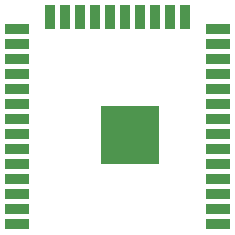
<source format=gtp>
%TF.GenerationSoftware,KiCad,Pcbnew,(6.0.6)*%
%TF.CreationDate,2022-12-02T03:24:18-05:00*%
%TF.ProjectId,esp32-wled,65737033-322d-4776-9c65-642e6b696361,rev?*%
%TF.SameCoordinates,Original*%
%TF.FileFunction,Paste,Top*%
%TF.FilePolarity,Positive*%
%FSLAX46Y46*%
G04 Gerber Fmt 4.6, Leading zero omitted, Abs format (unit mm)*
G04 Created by KiCad (PCBNEW (6.0.6)) date 2022-12-02 03:24:18*
%MOMM*%
%LPD*%
G01*
G04 APERTURE LIST*
%ADD10R,5.000000X5.000000*%
%ADD11R,2.000000X0.900000*%
%ADD12R,0.900000X2.000000*%
G04 APERTURE END LIST*
D10*
%TO.C,U1*%
X139988800Y-122725800D03*
D11*
X130488800Y-130225800D03*
X130488800Y-128955800D03*
X130488800Y-127685800D03*
X130488800Y-126415800D03*
X130488800Y-125145800D03*
X130488800Y-123875800D03*
X130488800Y-122605800D03*
X130488800Y-121335800D03*
X130488800Y-120065800D03*
X130488800Y-118795800D03*
X130488800Y-117525800D03*
X130488800Y-116255800D03*
X130488800Y-114985800D03*
X130488800Y-113715800D03*
D12*
X133273800Y-112715800D03*
X134543800Y-112715800D03*
X135813800Y-112715800D03*
X137083800Y-112715800D03*
X138353800Y-112715800D03*
X139623800Y-112715800D03*
X140893800Y-112715800D03*
X142163800Y-112715800D03*
X143433800Y-112715800D03*
X144703800Y-112715800D03*
D11*
X147488800Y-113715800D03*
X147488800Y-114985800D03*
X147488800Y-116255800D03*
X147488800Y-117525800D03*
X147488800Y-118795800D03*
X147488800Y-120065800D03*
X147488800Y-121335800D03*
X147488800Y-122605800D03*
X147488800Y-123875800D03*
X147488800Y-125145800D03*
X147488800Y-126415800D03*
X147488800Y-127685800D03*
X147488800Y-128955800D03*
X147488800Y-130225800D03*
%TD*%
M02*

</source>
